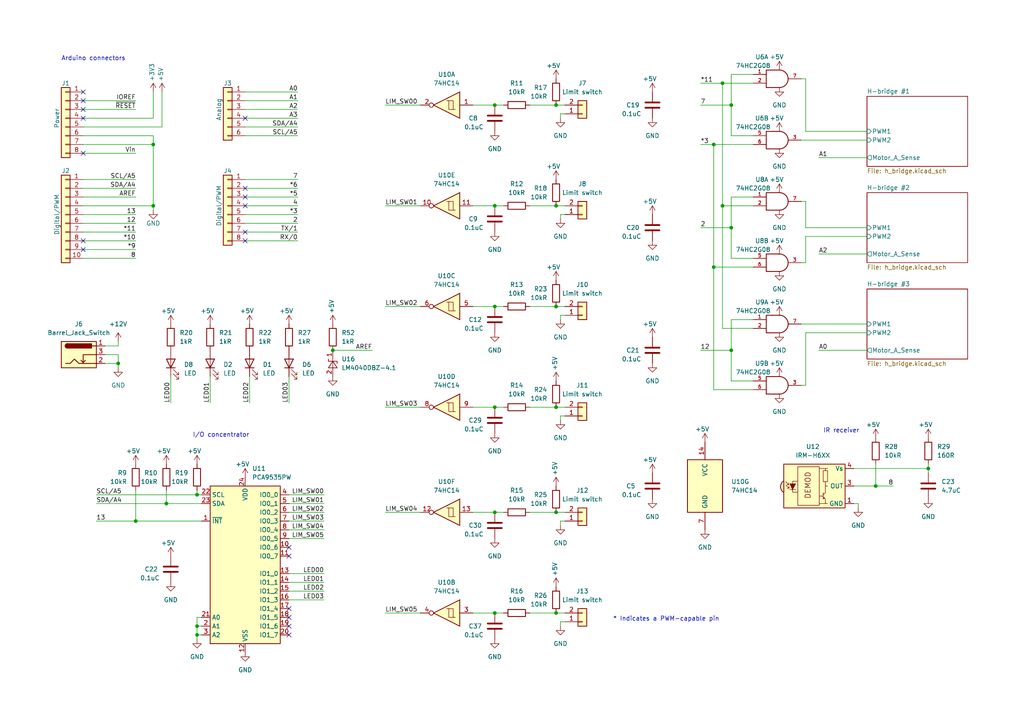
<source format=kicad_sch>
(kicad_sch (version 20250114) (generator "eeschema") (generator_version "9.0")
  (paper "A4")
  (title_block (date "mar. 31 mars 2015"))
  (text "I/O concentrator" (at 55.88 127 0) (effects (font (size 1.27 1.27)) (justify left bottom)))
  (text "* Indicates a PWM-capable pin" (at 177.8 180.34 0) (effects (font (size 1.27 1.27)) (justify left bottom)))
  (text "Arduino connectors" (at 17.78 17.78 0) (effects (font (size 1.27 1.27)) (justify left bottom)))
  (text "IR receiver" (at 238.76 125.73 0) (effects (font (size 1.27 1.27)) (justify left bottom)))
  (junction (at 212.09 30.48))
  (junction (at 161.29 30.48))
  (junction (at 212.09 101.6))
  (junction (at 161.29 59.69))
  (junction (at 57.15 184.15))
  (junction (at 207.01 41.91))
  (junction (at 209.55 59.69))
  (junction (at 44.45 59.69))
  (junction (at 39.37 151.13))
  (junction (at 57.15 143.51))
  (junction (at 143.51 118.11))
  (junction (at 207.01 77.47))
  (junction (at 161.29 148.59))
  (junction (at 209.55 24.13))
  (junction (at 143.51 59.69))
  (junction (at 143.51 30.48))
  (junction (at 143.51 148.59))
  (junction (at 143.51 177.8))
  (junction (at 44.45 41.91))
  (junction (at 57.15 181.61))
  (junction (at 34.29 105.41))
  (junction (at 161.29 118.11))
  (junction (at 48.26 146.05))
  (junction (at 161.29 88.9))
  (junction (at 212.09 66.04))
  (junction (at 254 140.97))
  (junction (at 143.51 88.9))
  (junction (at 96.52 101.6))
  (junction (at 161.29 177.8))
  (junction (at 269.24 135.89))
  (no_connect (at 71.12 59.69))
  (no_connect (at 24.13 72.39))
  (no_connect (at 83.82 181.61))
  (no_connect (at 83.82 158.75))
  (no_connect (at 83.82 184.15))
  (no_connect (at 83.82 161.29))
  (no_connect (at 24.13 44.45))
  (no_connect (at 24.13 31.75))
  (no_connect (at 71.12 34.29))
  (no_connect (at 24.13 69.85))
  (no_connect (at 71.12 69.85))
  (no_connect (at 24.13 29.21))
  (no_connect (at 71.12 57.15))
  (no_connect (at 71.12 67.31))
  (no_connect (at 71.12 54.61))
  (no_connect (at 24.13 26.67))
  (no_connect (at 83.82 179.07))
  (no_connect (at 24.13 34.29))
  (no_connect (at 83.82 176.53))
  (wire (pts (xy 111.76 88.9) (xy 121.92 88.9)))
  (wire (pts (xy 111.76 148.59) (xy 121.92 148.59)))
  (wire (pts (xy 57.15 181.61) (xy 58.42 181.61)))
  (wire (pts (xy 86.36 69.85) (xy 71.12 69.85)))
  (wire (pts (xy 30.48 100.33) (xy 34.29 100.33)))
  (wire (pts (xy 34.29 100.33) (xy 34.29 99.06)))
  (wire (pts (xy 39.37 69.85) (xy 24.13 69.85)))
  (wire (pts (xy 163.83 151.13) (xy 162.56 151.13)))
  (wire (pts (xy 212.09 39.37) (xy 212.09 30.48)))
  (wire (pts (xy 233.68 96.52) (xy 251.46 96.52)))
  (wire (pts (xy 57.15 143.51) (xy 58.42 143.51)))
  (wire (pts (xy 39.37 52.07) (xy 24.13 52.07)))
  (wire (pts (xy 207.01 77.47) (xy 218.44 77.47)))
  (wire (pts (xy 251.46 73.66) (xy 237.49 73.66)))
  (wire (pts (xy 93.98 156.21) (xy 83.82 156.21)))
  (wire (pts (xy 93.98 153.67) (xy 83.82 153.67)))
  (wire (pts (xy 57.15 184.15) (xy 57.15 181.61)))
  (wire (pts (xy 146.05 177.8) (xy 143.51 177.8)))
  (wire (pts (xy 44.45 39.37) (xy 44.45 41.91)))
  (wire (pts (xy 162.56 180.34) (xy 162.56 181.61)))
  (wire (pts (xy 44.45 41.91) (xy 44.45 59.69)))
  (wire (pts (xy 207.01 77.47) (xy 207.01 113.03)))
  (wire (pts (xy 163.83 180.34) (xy 162.56 180.34)))
  (wire (pts (xy 161.29 118.11) (xy 153.67 118.11)))
  (wire (pts (xy 143.51 30.48) (xy 137.16 30.48)))
  (wire (pts (xy 111.76 177.8) (xy 121.92 177.8)))
  (wire (pts (xy 203.2 101.6) (xy 212.09 101.6)))
  (wire (pts (xy 30.48 102.87) (xy 34.29 102.87)))
  (wire (pts (xy 163.83 33.02) (xy 162.56 33.02)))
  (wire (pts (xy 269.24 134.62) (xy 269.24 135.89)))
  (wire (pts (xy 232.41 40.64) (xy 251.46 40.64)))
  (wire (pts (xy 44.45 34.29) (xy 24.13 34.29)))
  (wire (pts (xy 163.83 88.9) (xy 161.29 88.9)))
  (wire (pts (xy 24.13 36.83) (xy 46.99 36.83)))
  (wire (pts (xy 203.2 66.04) (xy 212.09 66.04)))
  (wire (pts (xy 46.99 26.67) (xy 46.99 36.83)))
  (wire (pts (xy 212.09 101.6) (xy 212.09 92.71)))
  (wire (pts (xy 233.68 76.2) (xy 233.68 68.58)))
  (wire (pts (xy 162.56 151.13) (xy 162.56 152.4)))
  (wire (pts (xy 163.83 148.59) (xy 161.29 148.59)))
  (wire (pts (xy 207.01 41.91) (xy 218.44 41.91)))
  (wire (pts (xy 39.37 62.23) (xy 24.13 62.23)))
  (wire (pts (xy 44.45 26.67) (xy 44.45 34.29)))
  (wire (pts (xy 86.36 52.07) (xy 71.12 52.07)))
  (wire (pts (xy 218.44 74.93) (xy 212.09 74.93)))
  (wire (pts (xy 207.01 41.91) (xy 207.01 77.47)))
  (wire (pts (xy 34.29 105.41) (xy 34.29 106.68)))
  (wire (pts (xy 86.36 26.67) (xy 71.12 26.67)))
  (wire (pts (xy 27.94 151.13) (xy 39.37 151.13)))
  (wire (pts (xy 251.46 101.6) (xy 237.49 101.6)))
  (wire (pts (xy 39.37 64.77) (xy 24.13 64.77)))
  (wire (pts (xy 203.2 24.13) (xy 209.55 24.13)))
  (wire (pts (xy 60.96 109.22) (xy 60.96 116.84)))
  (wire (pts (xy 86.36 54.61) (xy 71.12 54.61)))
  (wire (pts (xy 57.15 181.61) (xy 57.15 179.07)))
  (wire (pts (xy 163.83 177.8) (xy 161.29 177.8)))
  (wire (pts (xy 212.09 74.93) (xy 212.09 66.04)))
  (wire (pts (xy 248.92 146.05) (xy 247.65 146.05)))
  (wire (pts (xy 161.29 59.69) (xy 153.67 59.69)))
  (wire (pts (xy 163.83 118.11) (xy 161.29 118.11)))
  (wire (pts (xy 27.94 146.05) (xy 48.26 146.05)))
  (wire (pts (xy 162.56 91.44) (xy 162.56 92.71)))
  (wire (pts (xy 232.41 58.42) (xy 233.68 58.42)))
  (wire (pts (xy 232.41 76.2) (xy 233.68 76.2)))
  (wire (pts (xy 57.15 185.42) (xy 57.15 184.15)))
  (wire (pts (xy 146.05 118.11) (xy 143.51 118.11)))
  (wire (pts (xy 209.55 59.69) (xy 218.44 59.69)))
  (wire (pts (xy 111.76 118.11) (xy 121.92 118.11)))
  (wire (pts (xy 83.82 171.45) (xy 93.98 171.45)))
  (wire (pts (xy 146.05 59.69) (xy 143.51 59.69)))
  (wire (pts (xy 39.37 72.39) (xy 24.13 72.39)))
  (wire (pts (xy 96.52 101.6) (xy 107.95 101.6)))
  (wire (pts (xy 212.09 66.04) (xy 212.09 57.15)))
  (wire (pts (xy 232.41 93.98) (xy 251.46 93.98)))
  (wire (pts (xy 48.26 146.05) (xy 58.42 146.05)))
  (wire (pts (xy 86.36 59.69) (xy 71.12 59.69)))
  (wire (pts (xy 248.92 147.32) (xy 248.92 146.05)))
  (wire (pts (xy 232.41 111.76) (xy 233.68 111.76)))
  (wire (pts (xy 163.83 120.65) (xy 162.56 120.65)))
  (wire (pts (xy 111.76 30.48) (xy 121.92 30.48)))
  (wire (pts (xy 24.13 29.21) (xy 39.37 29.21)))
  (wire (pts (xy 163.83 62.23) (xy 162.56 62.23)))
  (wire (pts (xy 251.46 38.1) (xy 233.68 38.1)))
  (wire (pts (xy 254 140.97) (xy 259.08 140.97)))
  (wire (pts (xy 83.82 168.91) (xy 93.98 168.91)))
  (wire (pts (xy 251.46 45.72) (xy 237.49 45.72)))
  (wire (pts (xy 209.55 95.25) (xy 218.44 95.25)))
  (wire (pts (xy 30.48 105.41) (xy 34.29 105.41)))
  (wire (pts (xy 86.36 39.37) (xy 71.12 39.37)))
  (wire (pts (xy 218.44 110.49) (xy 212.09 110.49)))
  (wire (pts (xy 39.37 57.15) (xy 24.13 57.15)))
  (wire (pts (xy 44.45 59.69) (xy 44.45 60.96)))
  (wire (pts (xy 203.2 30.48) (xy 212.09 30.48)))
  (wire (pts (xy 143.51 88.9) (xy 137.16 88.9)))
  (wire (pts (xy 146.05 30.48) (xy 143.51 30.48)))
  (wire (pts (xy 163.83 30.48) (xy 161.29 30.48)))
  (wire (pts (xy 48.26 142.24) (xy 48.26 146.05)))
  (wire (pts (xy 233.68 96.52) (xy 233.68 111.76)))
  (wire (pts (xy 86.36 31.75) (xy 71.12 31.75)))
  (wire (pts (xy 24.13 31.75) (xy 39.37 31.75)))
  (wire (pts (xy 209.55 59.69) (xy 209.55 95.25)))
  (wire (pts (xy 93.98 146.05) (xy 83.82 146.05)))
  (wire (pts (xy 24.13 41.91) (xy 44.45 41.91)))
  (wire (pts (xy 57.15 184.15) (xy 58.42 184.15)))
  (wire (pts (xy 93.98 148.59) (xy 83.82 148.59)))
  (wire (pts (xy 57.15 179.07) (xy 58.42 179.07)))
  (wire (pts (xy 27.94 143.51) (xy 57.15 143.51)))
  (wire (pts (xy 269.24 135.89) (xy 269.24 137.16)))
  (wire (pts (xy 72.39 109.22) (xy 72.39 116.84)))
  (wire (pts (xy 161.29 30.48) (xy 153.67 30.48)))
  (wire (pts (xy 83.82 166.37) (xy 93.98 166.37)))
  (wire (pts (xy 161.29 177.8) (xy 153.67 177.8)))
  (wire (pts (xy 93.98 143.51) (xy 83.82 143.51)))
  (wire (pts (xy 162.56 62.23) (xy 162.56 63.5)))
  (wire (pts (xy 86.36 29.21) (xy 71.12 29.21)))
  (wire (pts (xy 143.51 59.69) (xy 137.16 59.69)))
  (wire (pts (xy 233.68 58.42) (xy 233.68 66.04)))
  (wire (pts (xy 86.36 34.29) (xy 71.12 34.29)))
  (wire (pts (xy 209.55 24.13) (xy 209.55 59.69)))
  (wire (pts (xy 83.82 109.22) (xy 83.82 116.84)))
  (wire (pts (xy 163.83 91.44) (xy 162.56 91.44)))
  (wire (pts (xy 209.55 24.13) (xy 218.44 24.13)))
  (wire (pts (xy 24.13 39.37) (xy 44.45 39.37)))
  (wire (pts (xy 86.36 36.83) (xy 71.12 36.83)))
  (wire (pts (xy 58.42 151.13) (xy 39.37 151.13)))
  (wire (pts (xy 24.13 44.45) (xy 39.37 44.45)))
  (wire (pts (xy 203.2 41.91) (xy 207.01 41.91)))
  (wire (pts (xy 162.56 120.65) (xy 162.56 121.92)))
  (wire (pts (xy 254 140.97) (xy 254 134.62)))
  (wire (pts (xy 218.44 39.37) (xy 212.09 39.37)))
  (wire (pts (xy 39.37 67.31) (xy 24.13 67.31)))
  (wire (pts (xy 212.09 57.15) (xy 218.44 57.15)))
  (wire (pts (xy 233.68 68.58) (xy 251.46 68.58)))
  (wire (pts (xy 49.53 109.22) (xy 49.53 116.84)))
  (wire (pts (xy 86.36 57.15) (xy 71.12 57.15)))
  (wire (pts (xy 111.76 59.69) (xy 121.92 59.69)))
  (wire (pts (xy 161.29 148.59) (xy 153.67 148.59)))
  (wire (pts (xy 146.05 88.9) (xy 143.51 88.9)))
  (wire (pts (xy 212.09 92.71) (xy 218.44 92.71)))
  (wire (pts (xy 163.83 59.69) (xy 161.29 59.69)))
  (wire (pts (xy 57.15 142.24) (xy 57.15 143.51)))
  (wire (pts (xy 212.09 110.49) (xy 212.09 101.6)))
  (wire (pts (xy 143.51 177.8) (xy 137.16 177.8)))
  (wire (pts (xy 146.05 148.59) (xy 143.51 148.59)))
  (wire (pts (xy 39.37 54.61) (xy 24.13 54.61)))
  (wire (pts (xy 143.51 118.11) (xy 137.16 118.11)))
  (wire (pts (xy 86.36 64.77) (xy 71.12 64.77)))
  (wire (pts (xy 93.98 151.13) (xy 83.82 151.13)))
  (wire (pts (xy 34.29 102.87) (xy 34.29 105.41)))
  (wire (pts (xy 86.36 62.23) (xy 71.12 62.23)))
  (wire (pts (xy 24.13 59.69) (xy 44.45 59.69)))
  (wire (pts (xy 83.82 173.99) (xy 93.98 173.99)))
  (wire (pts (xy 233.68 22.86) (xy 233.68 38.1)))
  (wire (pts (xy 162.56 33.02) (xy 162.56 34.29)))
  (wire (pts (xy 161.29 88.9) (xy 153.67 88.9)))
  (wire (pts (xy 143.51 148.59) (xy 137.16 148.59)))
  (wire (pts (xy 212.09 21.59) (xy 218.44 21.59)))
  (wire (pts (xy 207.01 113.03) (xy 218.44 113.03)))
  (wire (pts (xy 233.68 66.04) (xy 251.46 66.04)))
  (wire (pts (xy 86.36 67.31) (xy 71.12 67.31)))
  (wire (pts (xy 269.24 135.89) (xy 247.65 135.89)))
  (wire (pts (xy 232.41 22.86) (xy 233.68 22.86)))
  (wire (pts (xy 212.09 30.48) (xy 212.09 21.59)))
  (wire (pts (xy 39.37 151.13) (xy 39.37 142.24)))
  (wire (pts (xy 247.65 140.97) (xy 254 140.97)))
  (wire (pts (xy 39.37 74.93) (xy 24.13 74.93)))
  (label "RX{slash}0" (at 86.36 69.85 180))
  (label "A0" (at 237.49 101.6 0))
  (label "A2" (at 86.36 31.75 180))
  (label "LED01" (at 93.98 168.91 180))
  (label "4" (at 86.36 59.69 180))
  (label "SDA{slash}A4" (at 27.94 146.05 0))
  (label "*11" (at 203.2 24.13 0))
  (label "LED03" (at 83.82 116.84 90))
  (label "2" (at 86.36 64.77 180))
  (label "LIM_SW03" (at 111.76 118.11 0))
  (label "A3" (at 86.36 34.29 180))
  (label "13" (at 39.37 62.23 180))
  (label "A2" (at 237.49 73.66 0))
  (label "12" (at 39.37 64.77 180))
  (label "LIM_SW00" (at 93.98 143.51 180))
  (label "LIM_SW01" (at 111.76 59.69 0))
  (label "~{RESET}" (at 39.37 31.75 180))
  (label "*3" (at 203.2 41.91 0))
  (label "*10" (at 39.37 69.85 180))
  (label "LIM_SW02" (at 111.76 88.9 0))
  (label "SCL{slash}A5" (at 27.94 143.51 0))
  (label "LED03" (at 93.98 173.99 180))
  (label "8" (at 259.08 140.97 180))
  (label "LED00" (at 49.53 116.84 90))
  (label "LIM_SW03" (at 93.98 151.13 180))
  (label "2" (at 203.2 66.04 0))
  (label "LED02" (at 72.39 116.84 90))
  (label "LIM_SW02" (at 93.98 148.59 180))
  (label "7" (at 86.36 52.07 180))
  (label "SDA{slash}A4" (at 39.37 54.61 180))
  (label "8" (at 39.37 74.93 180))
  (label "LIM_SW04" (at 111.76 148.59 0))
  (label "LED01" (at 60.96 116.84 90))
  (label "12" (at 203.2 101.6 0))
  (label "7" (at 203.2 30.48 0))
  (label "LED00" (at 93.98 166.37 180))
  (label "*11" (at 39.37 67.31 180))
  (label "*3" (at 86.36 62.23 180))
  (label "AREF" (at 107.95 101.6 180))
  (label "A1" (at 237.49 45.72 0))
  (label "A1" (at 86.36 29.21 180))
  (label "TX{slash}1" (at 86.36 67.31 180))
  (label "A0" (at 86.36 26.67 180))
  (label "LIM_SW05" (at 111.76 177.8 0))
  (label "AREF" (at 39.37 57.15 180))
  (label "Vin" (at 39.37 44.45 180))
  (label "*6" (at 86.36 54.61 180))
  (label "LED02" (at 93.98 171.45 180))
  (label "SCL{slash}A5" (at 39.37 52.07 180))
  (label "LIM_SW01" (at 93.98 146.05 180))
  (label "*9" (at 39.37 72.39 180))
  (label "LIM_SW00" (at 111.76 30.48 0))
  (label "*5" (at 86.36 57.15 180))
  (label "13" (at 27.94 151.13 0))
  (label "IOREF" (at 39.37 29.21 180))
  (label "SDA{slash}A4" (at 86.36 36.83 180))
  (label "SCL{slash}A5" (at 86.36 39.37 180))
  (label "LIM_SW04" (at 93.98 153.67 180))
  (label "LIM_SW05" (at 93.98 156.21 180))
  (symbol (lib_id "Connector_Generic:Conn_01x08") (at 19.05 34.29 0) (mirror y) (unit 1)
    (property "Reference" "J1" (at 19.05 24.13 0))
    (property "Value" "Power" (at 16.51 34.29 90))
    (property "Footprint" "Connector_PinSocket_2.54mm:PinSocket_1x08_P2.54mm_Vertical" (effects (hide yes)))
    (property "Datasheet" "https://datasheet.lcsc.com/lcsc/2109151430_HCTL-PZ254-1-06-Z-8-5_C2894929.pdf" (effects (hide yes)))
    (property "MPN" "PZ254-1-06-Z-8.5" (effects (hide yes)))
  )
  (symbol (lib_id "power:+3V3") (at 44.45 26.67 0) (mirror y) (unit 1)
    (property "Reference" "#PWR04" (effects (hide yes)))
    (property "Value" "+3V3" (at 44.069 23.622 90) (effects (justify left)))
  )
  (symbol (lib_id "power:+5V") (at 46.99 26.67 0) (mirror y) (unit 1)
    (property "Reference" "#PWR03" (effects (hide yes)))
    (property "Value" "+5V" (at 46.6344 23.622 90) (effects (justify left)))
  )
  (symbol (lib_id "Connector_Generic:Conn_01x10") (at 19.05 62.23 0) (mirror y) (unit 1)
    (property "Reference" "J2" (at 19.05 49.53 0))
    (property "Value" "Digital/PWM" (at 16.51 62.23 90))
    (property "Footprint" "Connector_PinSocket_2.54mm:PinSocket_1x10_P2.54mm_Vertical" (effects (hide yes)))
    (property "Datasheet" "https://datasheet.lcsc.com/lcsc/2109151430_HCTL-PZ254-1-08-Z-8-5_C2894931.pdf" (effects (hide yes)))
    (property "MPN" "PZ254-1-08-Z-8.5" (effects (hide yes)))
  )
  (symbol (lib_id "power:GND") (at 44.45 60.96 0) (unit 1)
    (property "Reference" "#PWR05" (effects (hide yes)))
    (property "Value" "GND" (at 44.45 64.77 0))
  )
  (symbol (lib_id "Connector_Generic:Conn_01x06") (at 66.04 31.75 0) (mirror y) (unit 1)
    (property "Reference" "J3" (at 66.04 24.13 0))
    (property "Value" "Analog" (at 63.5 31.75 90))
    (property "Footprint" "Connector_PinSocket_2.54mm:PinSocket_1x06_P2.54mm_Vertical" (effects (hide yes)))
    (property "Datasheet" "https://datasheet.lcsc.com/lcsc/2109151430_HCTL-PZ254-1-06-Z-8-5_C2894929.pdf" (effects (hide yes)))
    (property "MPN" "PZ254-1-06-Z-8.5" (effects (hide yes)))
  )
  (symbol (lib_id "Connector_Generic:Conn_01x08") (at 66.04 59.69 0) (mirror y) (unit 1)
    (property "Reference" "J4" (at 66.04 49.53 0))
    (property "Value" "Digital/PWM" (at 63.5 59.69 90))
    (property "Footprint" "Connector_PinSocket_2.54mm:PinSocket_1x08_P2.54mm_Vertical" (effects (hide yes)))
    (property "Datasheet" "https://datasheet.lcsc.com/lcsc/2109151430_HCTL-PZ254-1-08-Z-8-5_C2894931.pdf" (effects (hide yes)))
    (property "MPN" "PZ254-1-08-Z-8.5" (effects (hide yes)))
  )
  (symbol (lib_id "Device:R") (at 161.29 26.67 0) (mirror y) (unit 1)
    (property "Reference" "R17" (at 158.75 25.3999 0) (effects (justify left)))
    (property "Value" "10kR" (at 158.75 27.9399 0) (effects (justify left)))
    (property "Footprint" "Resistor_SMD:R_0805_2012Metric_Pad1.20x1.40mm_HandSolder" (effects (hide yes)))
    (property "Datasheet" "https://datasheet.lcsc.com/lcsc/1810201611_YAGEO-RC0805FR-0710KL_C84376.pdf" (effects (hide yes)))
    (property "MPN" "RC0805FR-0710KL" (effects (hide yes)))
  )
  (symbol (lib_id "Connector:Barrel_Jack_Switch") (at 22.86 102.87 0) (unit 1)
    (property "Reference" "J6" (at 22.86 93.98 0))
    (property "Value" "Barrel_Jack_Switch" (at 22.86 96.52 0))
    (property "Footprint" "Connector_BarrelJack:BarrelJack_Horizontal" (effects (hide yes)))
    (property "Datasheet" "https://datasheet.lcsc.com/lcsc/2108131530_Korean-Hroparts-Elec-DC-005-20A_C130239.pdf" (effects (hide yes)))
    (property "MPN" "DC-005-20A" (effects (hide yes)))
  )
  (symbol (lib_id "Device:R") (at 149.86 148.59 270) (mirror x) (unit 1)
    (property "Reference" "R15" (at 149.86 142.24 90))
    (property "Value" "10kR" (at 149.86 144.78 90))
    (property "Footprint" "Resistor_SMD:R_0805_2012Metric_Pad1.20x1.40mm_HandSolder" (effects (hide yes)))
    (property "Datasheet" "https://datasheet.lcsc.com/lcsc/1810201611_YAGEO-RC0805FR-0710KL_C84376.pdf" (effects (hide yes)))
    (property "MPN" "RC0805FR-0710KL" (effects (hide yes)))
  )
  (symbol (lib_id "Device:R") (at 149.86 177.8 270) (mirror x) (unit 1)
    (property "Reference" "R16" (at 149.86 171.45 90))
    (property "Value" "10kR" (at 149.86 173.99 90))
    (property "Footprint" "Resistor_SMD:R_0805_2012Metric_Pad1.20x1.40mm_HandSolder" (effects (hide yes)))
    (property "Datasheet" "https://datasheet.lcsc.com/lcsc/1810201611_YAGEO-RC0805FR-0710KL_C84376.pdf" (effects (hide yes)))
    (property "MPN" "RC0805FR-0710KL" (effects (hide yes)))
  )
  (symbol (lib_id "Device:C") (at 269.24 140.97 0) (unit 1)
    (property "Reference" "C23" (at 273.05 139.6999 0) (effects (justify left)))
    (property "Value" "4.7uC" (at 273.05 142.2399 0) (effects (justify left)))
    (property "Footprint" "Capacitor_SMD:C_0805_2012Metric_Pad1.18x1.45mm_HandSolder" (effects (hide yes)))
    (property "Datasheet" "https://datasheet.lcsc.com/lcsc/1912111437_YAGEO-CC0805KKX7R8BB475_C354262.pdf" (effects (hide yes)))
    (property "MPN" "CC0805KKX7R8BB475" (effects (hide yes)))
  )
  (symbol (lib_id "74xGxx:74LVC2G08") (at 226.06 22.86 0) (unit 1)
    (property "Reference" "U6" (at 220.98 16.51 0))
    (property "Value" "74HC2G08" (at 218.44 19.05 0))
    (property "Footprint" "Package_SO:TSSOP-8_3x3mm_P0.65mm" (effects (hide yes)))
    (property "Datasheet" "https://datasheet.lcsc.com/lcsc/2007022110_Nexperia-74HC2G08DP-125_C546820.pdf" (effects (hide yes)))
    (property "MPN" "74HC2G08DP,125" (effects (hide yes)))
  )
  (symbol (lib_id "power:+5V") (at 226.06 20.32 0) (mirror y) (unit 1)
    (property "Reference" "#PWR032" (effects (hide yes)))
    (property "Value" "+5V" (at 227.33 16.51 0) (effects (justify left)))
  )
  (symbol (lib_id "power:+5V") (at 60.96 93.98 0) (mirror y) (unit 1)
    (property "Reference" "#PWR076" (effects (hide yes)))
    (property "Value" "+5V" (at 62.23 90.17 0) (effects (justify left)))
  )
  (symbol (lib_id "Device:R") (at 161.29 173.99 0) (mirror y) (unit 1)
    (property "Reference" "R26" (at 158.75 172.7199 0) (effects (justify left)))
    (property "Value" "10kR" (at 158.75 175.2599 0) (effects (justify left)))
    (property "Footprint" "Resistor_SMD:R_0805_2012Metric_Pad1.20x1.40mm_HandSolder" (effects (hide yes)))
    (property "Datasheet" "https://datasheet.lcsc.com/lcsc/1810201611_YAGEO-RC0805FR-0710KL_C84376.pdf" (effects (hide yes)))
    (property "MPN" "RC0805FR-0710KL" (effects (hide yes)))
  )
  (symbol (lib_id "power:+5V") (at 189.23 62.23 0) (mirror y) (unit 1)
    (property "Reference" "#PWR039" (effects (hide yes)))
    (property "Value" "+5V" (at 190.5 58.42 0) (effects (justify left)))
  )
  (symbol (lib_id "power:+5V") (at 71.12 138.43 0) (mirror y) (unit 1)
    (property "Reference" "#PWR071" (effects (hide yes)))
    (property "Value" "+5V" (at 72.39 134.62 0) (effects (justify left)))
  )
  (symbol (lib_id "power:GND") (at 57.15 185.42 0) (unit 1)
    (property "Reference" "#PWR070" (effects (hide yes)))
    (property "Value" "GND" (at 57.15 190.5 0))
  )
  (symbol (lib_id "power:GND") (at 189.23 105.41 0) (unit 1)
    (property "Reference" "#PWR055" (effects (hide yes)))
    (property "Value" "GND" (at 189.23 110.49 0))
  )
  (symbol (lib_id "Device:C") (at 189.23 66.04 0) (unit 1)
    (property "Reference" "C20" (at 181.61 66.04 0) (effects (justify left)))
    (property "Value" "0.1uC" (at 180.34 68.58 0) (effects (justify left)))
    (property "Footprint" "Capacitor_SMD:C_0805_2012Metric_Pad1.18x1.45mm_HandSolder" (effects (hide yes)))
    (property "Datasheet" "https://datasheet.lcsc.com/lcsc/2006111832_YAGEO-CC0805KRX7R8BB104_C519981.pdf" (effects (hide yes)))
    (property "MPN" "CC0805KRX7R8BB104" (effects (hide yes)))
  )
  (symbol (lib_id "power:+5V") (at 161.29 140.97 0) (mirror y) (unit 1)
    (property "Reference" "#PWR062" (effects (hide yes)))
    (property "Value" "+5V" (at 160.9344 137.922 90) (effects (justify left)))
  )
  (symbol (lib_id "power:GND") (at 189.23 144.78 0) (unit 1)
    (property "Reference" "#PWR06" (effects (hide yes)))
    (property "Value" "GND" (at 189.23 149.86 0))
  )
  (symbol (lib_id "power:+5V") (at 49.53 93.98 0) (mirror y) (unit 1)
    (property "Reference" "#PWR075" (effects (hide yes)))
    (property "Value" "+5V" (at 50.8 90.17 0) (effects (justify left)))
  )
  (symbol (lib_id "Device:C") (at 143.51 92.71 0) (unit 1)
    (property "Reference" "C12" (at 135.89 92.71 0) (effects (justify left)))
    (property "Value" "0.1uC" (at 134.62 95.25 0) (effects (justify left)))
    (property "Footprint" "Capacitor_SMD:C_0805_2012Metric_Pad1.18x1.45mm_HandSolder" (effects (hide yes)))
    (property "Datasheet" "https://datasheet.lcsc.com/lcsc/2006111832_YAGEO-CC0805KRX7R8BB104_C519981.pdf" (effects (hide yes)))
    (property "MPN" "CC0805KRX7R8BB104" (effects (hide yes)))
  )
  (symbol (lib_id "power:+5V") (at 189.23 97.79 0) (mirror y) (unit 1)
    (property "Reference" "#PWR054" (effects (hide yes)))
    (property "Value" "+5V" (at 190.5 93.98 0) (effects (justify left)))
  )
  (symbol (lib_id "Device:R") (at 161.29 55.88 0) (mirror y) (unit 1)
    (property "Reference" "R18" (at 158.75 54.6099 0) (effects (justify left)))
    (property "Value" "10kR" (at 158.75 57.1499 0) (effects (justify left)))
    (property "Footprint" "Resistor_SMD:R_0805_2012Metric_Pad1.20x1.40mm_HandSolder" (effects (hide yes)))
    (property "Datasheet" "https://datasheet.lcsc.com/lcsc/1810201611_YAGEO-RC0805FR-0710KL_C84376.pdf" (effects (hide yes)))
    (property "MPN" "RC0805FR-0710KL" (effects (hide yes)))
  )
  (symbol (lib_id "74xx:74HC14") (at 129.54 118.11 0) (mirror y) (unit 4)
    (property "Reference" "U10" (at 129.54 109.22 0))
    (property "Value" "74HC14" (at 129.54 111.76 0))
    (property "Footprint" "Package_SO:SO-14_3.9x8.65mm_P1.27mm" (effects (hide yes)))
    (property "Datasheet" "https://datasheet.lcsc.com/lcsc/1809192235_Diodes-Incorporated-74HC14S14-13_C130461.pdf" (effects (hide yes)))
    (property "MPN" "74HC14S14-13" (effects (hide yes)))
  )
  (symbol (lib_id "Device:LED") (at 60.96 105.41 90) (unit 1)
    (property "Reference" "D2" (at 64.77 105.7274 90) (effects (justify right)))
    (property "Value" "LED" (at 64.77 108.2674 90) (effects (justify right)))
    (property "Footprint" "LED_SMD:LED_0805_2012Metric" (effects (hide yes)))
    (property "Datasheet" "https://datasheet.lcsc.com/lcsc/1810271707_Everlight-Elec-17-21SYGC-S530-E3-TR8_C142303.pdf" (effects (hide yes)))
    (property "MPN" "17-21SYGC/S530-E3/TR8" (effects (hide yes)))
  )
  (symbol (lib_id "power:+5V") (at 96.52 93.98 0) (mirror y) (unit 1)
    (property "Reference" "#PWR0162" (effects (hide yes)))
    (property "Value" "+5V" (at 96.1644 90.932 90) (effects (justify left)))
  )
  (symbol (lib_id "Connector_Generic:Conn_01x02") (at 168.91 180.34 0) (mirror x) (unit 1)
    (property "Reference" "J13" (at 168.91 171.45 0))
    (property "Value" "Limit switch" (at 168.91 173.99 0))
    (property "Footprint" "Connector_JST:JST_PH_B2B-PH-K_1x02_P2.00mm_Vertical" (effects (hide yes)))
    (property "Datasheet" "https://datasheet.lcsc.com/lcsc/1811151524_JST-Sales-America-B2B-PH-K-S-LF-SN_C131337.pdf" (effects (hide yes)))
    (property "MPN" "B2B-PH-K-S(LF)(SN)" (effects (hide yes)))
  )
  (symbol (lib_id "power:+5V") (at 226.06 91.44 0) (mirror y) (unit 1)
    (property "Reference" "#PWR049" (effects (hide yes)))
    (property "Value" "+5V" (at 227.33 87.63 0) (effects (justify left)))
  )
  (symbol (lib_id "power:GND") (at 248.92 147.32 0) (unit 1)
    (property "Reference" "#PWR079" (effects (hide yes)))
    (property "Value" "GND" (at 248.92 152.4 0))
  )
  (symbol (lib_id "power:+5V") (at 189.23 26.67 0) (mirror y) (unit 1)
    (property "Reference" "#PWR047" (effects (hide yes)))
    (property "Value" "+5V" (at 190.5 22.86 0) (effects (justify left)))
  )
  (symbol (lib_id "power:GND") (at 34.29 106.68 0) (unit 1)
    (property "Reference" "#PWR036" (effects (hide yes)))
    (property "Value" "GND" (at 34.29 111.76 0))
  )
  (symbol (lib_id "Connector_Generic:Conn_01x02") (at 168.91 120.65 0) (mirror x) (unit 1)
    (property "Reference" "J11" (at 168.91 111.76 0))
    (property "Value" "Limit switch" (at 168.91 114.3 0))
    (property "Footprint" "Connector_JST:JST_PH_B2B-PH-K_1x02_P2.00mm_Vertical" (effects (hide yes)))
    (property "Datasheet" "https://datasheet.lcsc.com/lcsc/1811151524_JST-Sales-America-B2B-PH-K-S-LF-SN_C131337.pdf" (effects (hide yes)))
    (property "MPN" "B2B-PH-K-S(LF)(SN)" (effects (hide yes)))
  )
  (symbol (lib_id "power:+5V") (at 161.29 110.49 0) (mirror y) (unit 1)
    (property "Reference" "#PWR061" (effects (hide yes)))
    (property "Value" "+5V" (at 160.9344 107.442 90) (effects (justify left)))
  )
  (symbol (lib_id "Device:LED") (at 83.82 105.41 90) (unit 1)
    (property "Reference" "D6" (at 87.63 105.7274 90) (effects (justify right)))
    (property "Value" "LED" (at 87.63 108.2674 90) (effects (justify right)))
    (property "Footprint" "LED_SMD:LED_0805_2012Metric" (effects (hide yes)))
    (property "Datasheet" "https://datasheet.lcsc.com/lcsc/1810271707_Everlight-Elec-17-21SYGC-S530-E3-TR8_C142303.pdf" (effects (hide yes)))
    (property "MPN" "17-21SYGC/S530-E3/TR8" (effects (hide yes)))
  )
  (symbol (lib_id "74xx:74HC14") (at 129.54 88.9 0) (mirror y) (unit 3)
    (property "Reference" "U10" (at 129.54 80.01 0))
    (property "Value" "74HC14" (at 129.54 82.55 0))
    (property "Footprint" "Package_SO:SO-14_3.9x8.65mm_P1.27mm" (effects (hide yes)))
    (property "Datasheet" "https://datasheet.lcsc.com/lcsc/1809192235_Diodes-Incorporated-74HC14S14-13_C130461.pdf" (effects (hide yes)))
    (property "MPN" "74HC14S14-13" (effects (hide yes)))
  )
  (symbol (lib_id "power:+5V") (at 57.15 134.62 0) (mirror y) (unit 1)
    (property "Reference" "#PWR059" (effects (hide yes)))
    (property "Value" "+5V" (at 58.42 130.81 0) (effects (justify left)))
  )
  (symbol (lib_id "Device:LED") (at 49.53 105.41 90) (unit 1)
    (property "Reference" "D8" (at 53.34 105.7274 90) (effects (justify right)))
    (property "Value" "LED" (at 53.34 108.2674 90) (effects (justify right)))
    (property "Footprint" "LED_SMD:LED_0805_2012Metric" (effects (hide yes)))
    (property "Datasheet" "https://datasheet.lcsc.com/lcsc/1810271707_Everlight-Elec-17-21SYGC-S530-E3-TR8_C142303.pdf" (effects (hide yes)))
    (property "MPN" "17-21SYGC/S530-E3/TR8" (effects (hide yes)))
  )
  (symbol (lib_id "Device:R") (at 254 130.81 0) (unit 1)
    (property "Reference" "R28" (at 256.54 129.5399 0) (effects (justify left)))
    (property "Value" "10kR" (at 256.54 132.0799 0) (effects (justify left)))
    (property "Footprint" "Resistor_SMD:R_0805_2012Metric_Pad1.20x1.40mm_HandSolder" (effects (hide yes)))
    (property "Datasheet" "https://datasheet.lcsc.com/lcsc/1810201611_YAGEO-RC0805FR-0710KL_C84376.pdf" (effects (hide yes)))
    (property "MPN" "RC0805FR-0710KL" (effects (hide yes)))
  )
  (symbol (lib_id "Device:R") (at 83.82 97.79 0) (unit 1)
    (property "Reference" "R27" (at 86.36 96.5199 0) (effects (justify left)))
    (property "Value" "1kR" (at 86.36 99.0599 0) (effects (justify left)))
    (property "Footprint" "Resistor_SMD:R_0805_2012Metric_Pad1.20x1.40mm_HandSolder" (effects (hide yes)))
    (property "Datasheet" "https://datasheet.lcsc.com/lcsc/2010202005_YAGEO-AC0805FR-7W1KL_C727989.pdf" (effects (hide yes)))
    (property "MPN" "AC0805FR-7W1KL" (effects (hide yes)))
  )
  (symbol (lib_id "power:GND") (at 162.56 34.29 0) (mirror y) (unit 1)
    (property "Reference" "#PWR064" (effects (hide yes)))
    (property "Value" "GND" (at 162.56 39.37 0))
  )
  (symbol (lib_id "Inteface_Optical_custom:IRM-H6XX") (at 237.49 140.97 0) (unit 1)
    (property "Reference" "U12" (at 235.755 129.54 0))
    (property "Value" "IRM-H6XX" (at 235.755 132.08 0))
    (property "Footprint" "OptoDevice_custom:IRM-H6XX" (effects (hide yes)))
    (property "Datasheet" "https://datasheet.lcsc.com/lcsc/1912111437_Everlight-Elec-IRM-H638J7-TR2-CLW_C414640.pdf" (effects (hide yes)))
    (property "MPN" "IRM-H638J7/TR2(CLW)" (effects (hide yes)))
  )
  (symbol (lib_id "Device:C") (at 143.51 34.29 0) (unit 1)
    (property "Reference" "C8" (at 135.89 34.29 0) (effects (justify left)))
    (property "Value" "0.1uC" (at 134.62 36.83 0) (effects (justify left)))
    (property "Footprint" "Capacitor_SMD:C_0805_2012Metric_Pad1.18x1.45mm_HandSolder" (effects (hide yes)))
    (property "Datasheet" "https://datasheet.lcsc.com/lcsc/2006111832_YAGEO-CC0805KRX7R8BB104_C519981.pdf" (effects (hide yes)))
    (property "MPN" "CC0805KRX7R8BB104" (effects (hide yes)))
  )
  (symbol (lib_id "Device:R") (at 149.86 88.9 270) (mirror x) (unit 1)
    (property "Reference" "R13" (at 149.86 82.55 90))
    (property "Value" "10kR" (at 149.86 85.09 90))
    (property "Footprint" "Resistor_SMD:R_0805_2012Metric_Pad1.20x1.40mm_HandSolder" (effects (hide yes)))
    (property "Datasheet" "https://datasheet.lcsc.com/lcsc/1810201611_YAGEO-RC0805FR-0710KL_C84376.pdf" (effects (hide yes)))
    (property "MPN" "RC0805FR-0710KL" (effects (hide yes)))
  )
  (symbol (lib_id "Device:C") (at 189.23 101.6 0) (unit 1)
    (property "Reference" "C21" (at 181.61 101.6 0) (effects (justify left)))
    (property "Value" "0.1uC" (at 180.34 104.14 0) (effects (justify left)))
    (property "Footprint" "Capacitor_SMD:C_0805_2012Metric_Pad1.18x1.45mm_HandSolder" (effects (hide yes)))
    (property "Datasheet" "https://datasheet.lcsc.com/lcsc/2006111832_YAGEO-CC0805KRX7R8BB104_C519981.pdf" (effects (hide yes)))
    (property "MPN" "CC0805KRX7R8BB104" (effects (hide yes)))
  )
  (symbol (lib_id "74xx:74HC14") (at 129.54 30.48 0) (mirror y) (unit 1)
    (property "Reference" "U10" (at 129.54 21.59 0))
    (property "Value" "74HC14" (at 129.54 24.13 0))
    (property "Footprint" "Package_SO:SO-14_3.9x8.65mm_P1.27mm" (effects (hide yes)))
    (property "Datasheet" "https://datasheet.lcsc.com/lcsc/1809192235_Diodes-Incorporated-74HC14S14-13_C130461.pdf" (effects (hide yes)))
    (property "MPN" "74HC14S14-13" (effects (hide yes)))
  )
  (symbol (lib_id "74xx:74HC14") (at 129.54 59.69 0) (mirror y) (unit 5)
    (property "Reference" "U10" (at 129.54 50.8 0))
    (property "Value" "74HC14" (at 129.54 53.34 0))
    (property "Footprint" "Package_SO:SO-14_3.9x8.65mm_P1.27mm" (effects (hide yes)))
    (property "Datasheet" "https://datasheet.lcsc.com/lcsc/1809192235_Diodes-Incorporated-74HC14S14-13_C130461.pdf" (effects (hide yes)))
    (property "MPN" "74HC14S14-13" (effects (hide yes)))
  )
  (symbol (lib_id "74xx:74HC14") (at 204.47 140.97 0) (unit 7)
    (property "Reference" "U10" (at 212.09 139.6999 0) (effects (justify left)))
    (property "Value" "74HC14" (at 212.09 142.2399 0) (effects (justify left)))
    (property "Footprint" "Package_SO:SO-14_3.9x8.65mm_P1.27mm" (effects (hide yes)))
    (property "Datasheet" "https://datasheet.lcsc.com/lcsc/1809192235_Diodes-Incorporated-74HC14S14-13_C130461.pdf" (effects (hide yes)))
    (property "MPN" "74HC14S14-13" (effects (hide yes)))
  )
  (symbol (lib_id "Device:C") (at 143.51 121.92 0) (unit 1)
    (property "Reference" "C29" (at 135.89 121.92 0) (effects (justify left)))
    (property "Value" "0.1uC" (at 134.62 124.46 0) (effects (justify left)))
    (property "Footprint" "Capacitor_SMD:C_0805_2012Metric_Pad1.18x1.45mm_HandSolder" (effects (hide yes)))
    (property "Datasheet" "https://datasheet.lcsc.com/lcsc/2006111832_YAGEO-CC0805KRX7R8BB104_C519981.pdf" (effects (hide yes)))
    (property "MPN" "CC0805KRX7R8BB104" (effects (hide yes)))
  )
  (symbol (lib_id "74xGxx:74LVC2G08") (at 226.06 58.42 0) (unit 1)
    (property "Reference" "U8" (at 220.98 52.07 0))
    (property "Value" "74HC2G08" (at 218.44 54.61 0))
    (property "Footprint" "Package_SO:TSSOP-8_3x3mm_P0.65mm" (effects (hide yes)))
    (property "Datasheet" "https://datasheet.lcsc.com/lcsc/2007022110_Nexperia-74HC2G08DP-125_C546820.pdf" (effects (hide yes)))
    (property "MPN" "74HC2G08DP,125" (effects (hide yes)))
  )
  (symbol (lib_id "power:GND") (at 269.24 144.78 0) (unit 1)
    (property "Reference" "#PWR082" (effects (hide yes)))
    (property "Value" "GND" (at 269.24 149.86 0))
  )
  (symbol (lib_id "Connector_Generic:Conn_01x02") (at 168.91 33.02 0) (mirror x) (unit 1)
    (property "Reference" "J7" (at 168.91 24.13 0))
    (property "Value" "Limit switch" (at 168.91 26.67 0))
    (property "Footprint" "Connector_JST:JST_PH_B2B-PH-K_1x02_P2.00mm_Vertical" (effects (hide yes)))
    (property "Datasheet" "https://datasheet.lcsc.com/lcsc/1811151524_JST-Sales-America-B2B-PH-K-S-LF-SN_C131337.pdf" (effects (hide yes)))
    (property "MPN" "B2B-PH-K-S(LF)(SN)" (effects (hide yes)))
  )
  (symbol (lib_id "Device:LED") (at 72.39 105.41 90) (unit 1)
    (property "Reference" "D1" (at 76.2 105.7274 90) (effects (justify right)))
    (property "Value" "LED" (at 76.2 108.2674 90) (effects (justify right)))
    (property "Footprint" "LED_SMD:LED_0805_2012Metric" (effects (hide yes)))
    (property "Datasheet" "https://datasheet.lcsc.com/lcsc/1810271707_Everlight-Elec-17-21SYGC-S530-E3-TR8_C142303.pdf" (effects (hide yes)))
    (property "MPN" "17-21SYGC/S530-E3/TR8" (effects (hide yes)))
  )
  (symbol (lib_id "Device:R") (at 161.29 85.09 0) (mirror y) (unit 1)
    (property "Reference" "R23" (at 158.75 83.8199 0) (effects (justify left)))
    (property "Value" "10kR" (at 158.75 86.3599 0) (effects (justify left)))
    (property "Footprint" "Resistor_SMD:R_0805_2012Metric_Pad1.20x1.40mm_HandSolder" (effects (hide yes)))
    (property "Datasheet" "https://datasheet.lcsc.com/lcsc/1810201611_YAGEO-RC0805FR-0710KL_C84376.pdf" (effects (hide yes)))
    (property "MPN" "RC0805FR-0710KL" (effects (hide yes)))
  )
  (symbol (lib_id "power:GND") (at 162.56 92.71 0) (mirror y) (unit 1)
    (property "Reference" "#PWR066" (effects (hide yes)))
    (property "Value" "GND" (at 162.56 97.79 0))
  )
  (symbol (lib_id "Device:R") (at 269.24 130.81 180) (unit 1)
    (property "Reference" "R29" (at 271.78 129.5399 0) (effects (justify right)))
    (property "Value" "160R" (at 271.78 132.0799 0) (effects (justify right)))
    (property "Footprint" "Resistor_SMD:R_0805_2012Metric_Pad1.20x1.40mm_HandSolder" (effects (hide yes)))
    (property "Datasheet" "https://datasheet.lcsc.com/lcsc/2012011712_YAGEO-AC0805FR-7W160RL_C727986.pdf" (effects (hide yes)))
    (property "MPN" "AC0805FR-7W160RL" (effects (hide yes)))
  )
  (symbol (lib_id "74xGxx:74LVC2G08") (at 226.06 111.76 0) (unit 2)
    (property "Reference" "U9" (at 220.98 105.41 0))
    (property "Value" "74HC2G08" (at 218.44 107.95 0))
    (property "Footprint" "Package_SO:TSSOP-8_3x3mm_P0.65mm" (effects (hide yes)))
    (property "Datasheet" "https://datasheet.lcsc.com/lcsc/2007022110_Nexperia-74HC2G08DP-125_C546820.pdf" (effects (hide yes)))
    (property "MPN" "74HC2G08DP,125" (effects (hide yes)))
  )
  (symbol (lib_id "power:GND") (at 189.23 69.85 0) (unit 1)
    (property "Reference" "#PWR040" (effects (hide yes)))
    (property "Value" "GND" (at 189.23 74.93 0))
  )
  (symbol (lib_id "Device:R") (at 161.29 114.3 0) (mirror y) (unit 1)
    (property "Reference" "R24" (at 158.75 113.0299 0) (effects (justify left)))
    (property "Value" "10kR" (at 158.75 115.5699 0) (effects (justify left)))
    (property "Footprint" "Resistor_SMD:R_0805_2012Metric_Pad1.20x1.40mm_HandSolder" (effects (hide yes)))
    (property "Datasheet" "https://datasheet.lcsc.com/lcsc/1810201611_YAGEO-RC0805FR-0710KL_C84376.pdf" (effects (hide yes)))
    (property "MPN" "RC0805FR-0710KL" (effects (hide yes)))
  )
  (symbol (lib_id "74xx:74HC14") (at 129.54 177.8 0) (mirror y) (unit 2)
    (property "Reference" "U10" (at 129.54 168.91 0))
    (property "Value" "74HC14" (at 129.54 171.45 0))
    (property "Footprint" "Package_SO:SO-14_3.9x8.65mm_P1.27mm" (effects (hide yes)))
    (property "Datasheet" "https://datasheet.lcsc.com/lcsc/1809192235_Diodes-Incorporated-74HC14S14-13_C130461.pdf" (effects (hide yes)))
    (property "MPN" "74HC14S14-13" (effects (hide yes)))
  )
  (symbol (lib_id "power:+5V") (at 49.53 161.29 0) (mirror y) (unit 1)
    (property "Reference" "#PWR073" (effects (hide yes)))
    (property "Value" "+5V" (at 50.8 157.48 0) (effects (justify left)))
  )
  (symbol (lib_id "74xx:74HC14") (at 129.54 148.59 0) (mirror y) (unit 6)
    (property "Reference" "U10" (at 129.54 139.7 0))
    (property "Value" "74HC14" (at 129.54 142.24 0))
    (property "Footprint" "Package_SO:SO-14_3.9x8.65mm_P1.27mm" (effects (hide yes)))
    (property "Datasheet" "https://datasheet.lcsc.com/lcsc/1809192235_Diodes-Incorporated-74HC14S14-13_C130461.pdf" (effects (hide yes)))
    (property "MPN" "74HC14S14-13" (effects (hide yes)))
  )
  (symbol (lib_id "power:+5V") (at 269.24 127 0) (mirror y) (unit 1)
    (property "Reference" "#PWR081" (effects (hide yes)))
    (property "Value" "+5V" (at 270.51 123.19 0) (effects (justify left)))
  )
  (symbol (lib_id "Connector_Generic:Conn_01x02") (at 168.91 151.13 0) (mirror x) (unit 1)
    (property "Reference" "J12" (at 168.91 142.24 0))
    (property "Value" "Limit switch" (at 168.91 144.78 0))
    (property "Footprint" "Connector_JST:JST_PH_B2B-PH-K_1x02_P2.00mm_Vertical" (effects (hide yes)))
    (property "Datasheet" "https://datasheet.lcsc.com/lcsc/1811151524_JST-Sales-America-B2B-PH-K-S-LF-SN_C131337.pdf" (effects (hide yes)))
    (property "MPN" "B2B-PH-K-S(LF)(SN)" (effects (hide yes)))
  )
  (symbol (lib_id "power:GND") (at 189.23 34.29 0) (unit 1)
    (property "Reference" "#PWR048" (effects (hide yes)))
    (property "Value" "GND" (at 189.23 39.37 0))
  )
  (symbol (lib_id "Device:R") (at 39.37 138.43 0) (mirror y) (unit 1)
    (property "Reference" "R9" (at 36.83 137.1599 0) (effects (justify left)))
    (property "Value" "10kR" (at 36.83 139.6999 0) (effects (justify left)))
    (property "Footprint" "Resistor_SMD:R_0805_2012Metric_Pad1.20x1.40mm_HandSolder" (effects (hide yes)))
    (property "Datasheet" "https://datasheet.lcsc.com/lcsc/1810201611_YAGEO-RC0805FR-0710KL_C84376.pdf" (effects (hide yes)))
    (property "MPN" "RC0805FR-0710KL" (effects (hide yes)))
  )
  (symbol (lib_id "power:GND") (at 226.06 114.3 0) (mirror y) (unit 1)
    (property "Reference" "#PWR053" (effects (hide yes)))
    (property "Value" "GND" (at 226.06 119.38 0))
  )
  (symbol (lib_id "Device:R") (at 60.96 97.79 0) (unit 1)
    (property "Reference" "R21" (at 63.5 96.5199 0) (effects (justify left)))
    (property "Value" "1kR" (at 63.5 99.0599 0) (effects (justify left)))
    (property "Footprint" "Resistor_SMD:R_0805_2012Metric_Pad1.20x1.40mm_HandSolder" (effects (hide yes)))
    (property "Datasheet" "https://datasheet.lcsc.com/lcsc/2010202005_YAGEO-AC0805FR-7W1KL_C727989.pdf" (effects (hide yes)))
    (property "MPN" "AC0805FR-7W1KL" (effects (hide yes)))
  )
  (symbol (lib_id "power:+5V") (at 189.23 137.16 0) (mirror y) (unit 1)
    (property "Reference" "#PWR01" (effects (hide yes)))
    (property "Value" "+5V" (at 190.5 133.35 0) (effects (justify left)))
  )
  (symbol (lib_id "Device:R") (at 96.52 97.79 0) (unit 1)
    (property "Reference" "R52" (at 99.06 96.5199 0) (effects (justify left)))
    (property "Value" "1kR" (at 99.06 99.0599 0) (effects (justify left)))
    (property "Footprint" "Resistor_SMD:R_0805_2012Metric_Pad1.20x1.40mm_HandSolder" (effects (hide yes)))
    (property "Datasheet" "https://datasheet.lcsc.com/lcsc/2010202005_YAGEO-AC0805FR-7W1KL_C727989.pdf" (effects (hide yes)))
    (property "MPN" "AC0805FR-7W1KL" (effects (hide yes)))
  )
  (symbol (lib_id "Device:R") (at 149.86 59.69 270) (mirror x) (unit 1)
    (property "Reference" "R12" (at 149.86 53.34 90))
    (property "Value" "10kR" (at 149.86 55.88 90))
    (property "Footprint" "Resistor_SMD:R_0805_2012Metric_Pad1.20x1.40mm_HandSolder" (effects (hide yes)))
    (property "Datasheet" "https://datasheet.lcsc.com/lcsc/1810201611_YAGEO-RC0805FR-0710KL_C84376.pdf" (effects (hide yes)))
    (property "MPN" "RC0805FR-0710KL" (effects (hide yes)))
  )
  (symbol (lib_id "power:+5V") (at 161.29 81.28 0) (mirror y) (unit 1)
    (property "Reference" "#PWR060" (effects (hide yes)))
    (property "Value" "+5V" (at 162.56 77.47 0) (effects (justify left)))
  )
  (symbol (lib_id "power:GND") (at 226.06 78.74 0) (mirror y) (unit 1)
    (property "Reference" "#PWR046" (effects (hide yes)))
    (property "Value" "GND" (at 226.06 83.82 0))
  )
  (symbol (lib_id "power:GND") (at 143.51 185.42 0) (mirror y) (unit 1)
    (property "Reference" "#PWR025" (effects (hide yes)))
    (property "Value" "GND" (at 143.51 190.5 0))
  )
  (symbol (lib_id "Device:C") (at 143.51 152.4 0) (unit 1)
    (property "Reference" "C30" (at 135.89 152.4 0) (effects (justify left)))
    (property "Value" "0.1uC" (at 134.62 154.94 0) (effects (justify left)))
    (property "Footprint" "Capacitor_SMD:C_0805_2012Metric_Pad1.18x1.45mm_HandSolder" (effects (hide yes)))
    (property "Datasheet" "https://datasheet.lcsc.com/lcsc/2006111832_YAGEO-CC0805KRX7R8BB104_C519981.pdf" (effects (hide yes)))
    (property "MPN" "CC0805KRX7R8BB104" (effects (hide yes)))
  )
  (symbol (lib_id "power:+5V") (at 226.06 55.88 0) (mirror y) (unit 1)
    (property "Reference" "#PWR041" (effects (hide yes)))
    (property "Value" "+5V" (at 227.33 52.07 0) (effects (justify left)))
  )
  (symbol (lib_id "Device:C") (at 143.51 181.61 0) (unit 1)
    (property "Reference" "C37" (at 135.89 181.61 0) (effects (justify left)))
    (property "Value" "0.1uC" (at 134.62 184.15 0) (effects (justify left)))
    (property "Footprint" "Capacitor_SMD:C_0805_2012Metric_Pad1.18x1.45mm_HandSolder" (effects (hide yes)))
    (property "Datasheet" "https://datasheet.lcsc.com/lcsc/2006111832_YAGEO-CC0805KRX7R8BB104_C519981.pdf" (effects (hide yes)))
    (property "MPN" "CC0805KRX7R8BB104" (effects (hide yes)))
  )
  (symbol (lib_id "power:GND") (at 49.53 168.91 0) (unit 1)
    (property "Reference" "#PWR074" (effects (hide yes)))
    (property "Value" "GND" (at 49.53 173.99 0))
  )
  (symbol (lib_id "Device:R") (at 49.53 97.79 0) (unit 1)
    (property "Reference" "R20" (at 52.07 96.5199 0) (effects (justify left)))
    (property "Value" "1kR" (at 52.07 99.0599 0) (effects (justify left)))
    (property "Footprint" "Resistor_SMD:R_0805_2012Metric_Pad1.20x1.40mm_HandSolder" (effects (hide yes)))
    (property "Datasheet" "https://datasheet.lcsc.com/lcsc/2010202005_YAGEO-AC0805FR-7W1KL_C727989.pdf" (effects (hide yes)))
    (property "MPN" "AC0805FR-7W1KL" (effects (hide yes)))
  )
  (symbol (lib_id "power:GND") (at 143.51 38.1 0) (mirror y) (unit 1)
    (property "Reference" "#PWR013" (effects (hide yes)))
    (property "Value" "GND" (at 143.51 43.18 0))
  )
  (symbol (lib_id "power:GND") (at 226.06 96.52 0) (mirror y) (unit 1)
    (property "Reference" "#PWR050" (effects (hide yes)))
    (property "Value" "GND" (at 226.06 101.6 0))
  )
  (symbol (lib_id "74xGxx:74LVC2G08") (at 226.06 76.2 0) (unit 2)
    (property "Reference" "U8" (at 220.98 69.85 0))
    (property "Value" "74HC2G08" (at 218.44 72.39 0))
    (property "Footprint" "Package_SO:TSSOP-8_3x3mm_P0.65mm" (effects (hide yes)))
    (property "Datasheet" "https://datasheet.lcsc.com/lcsc/2007022110_Nexperia-74HC2G08DP-125_C546820.pdf" (effects (hide yes)))
    (property "MPN" "74HC2G08DP,125" (effects (hide yes)))
  )
  (symbol (lib_id "power:+5V") (at 226.06 38.1 0) (mirror y) (unit 1)
    (property "Reference" "#PWR034" (effects (hide yes)))
    (property "Value" "+5V" (at 227.33 34.29 0) (effects (justify left)))
  )
  (symbol (lib_id "power:GND") (at 71.12 189.23 0) (unit 1)
    (property "Reference" "#PWR072" (effects (hide yes)))
    (property "Value" "GND" (at 71.12 194.31 0))
  )
  (symbol (lib_id "power:GND") (at 143.51 156.21 0) (mirror y) (unit 1)
    (property "Reference" "#PWR024" (effects (hide yes)))
    (property "Value" "GND" (at 143.51 161.29 0))
  )
  (symbol (lib_id "Interface_Expansion:PCA9555PW") (at 71.12 163.83 0) (unit 1)
    (property "Reference" "U11" (at 73.1394 135.89 0) (effects (justify left)))
    (property "Value" "PCA9535PW" (at 73.1394 138.43 0) (effects (justify left)))
    (property "Footprint" "Package_SO:TSSOP-24_4.4x7.8mm_P0.65mm" (effects (hide yes)))
    (property "Datasheet" "https://datasheet.lcsc.com/lcsc/1811131658_NXP-Semicon-PCA9535PW-118_C255606.pdf" (effects (hide yes)))
    (property "MPN" "PCA9535PW,118" (effects (hide yes)))
  )
  (symbol (lib_id "Device:C") (at 143.51 63.5 0) (unit 1)
    (property "Reference" "C9" (at 135.89 63.5 0) (effects (justify left)))
    (property "Value" "0.1uC" (at 134.62 66.04 0) (effects (justify left)))
    (property "Footprint" "Capacitor_SMD:C_0805_2012Metric_Pad1.18x1.45mm_HandSolder" (effects (hide yes)))
    (property "Datasheet" "https://datasheet.lcsc.com/lcsc/2006111832_YAGEO-CC0805KRX7R8BB104_C519981.pdf" (effects (hide yes)))
    (property "MPN" "CC0805KRX7R8BB104" (effects (hide yes)))
  )
  (symbol (lib_id "power:GND") (at 96.52 109.22 0) (unit 1)
    (property "Reference" "#PWR0139" (effects (hide yes)))
    (property "Value" "GND" (at 96.52 114.3 0))
  )
  (symbol (lib_id "Device:R") (at 149.86 118.11 270) (mirror x) (unit 1)
    (property "Reference" "R14" (at 149.86 111.76 90))
    (property "Value" "10kR" (at 149.86 114.3 90))
    (property "Footprint" "Resistor_SMD:R_0805_2012Metric_Pad1.20x1.40mm_HandSolder" (effects (hide yes)))
    (property "Datasheet" "https://datasheet.lcsc.com/lcsc/1810201611_YAGEO-RC0805FR-0710KL_C84376.pdf" (effects (hide yes)))
    (property "MPN" "RC0805FR-0710KL" (effects (hide yes)))
  )
  (symbol (lib_id "power:+5V") (at 226.06 109.22 0) (mirror y) (unit 1)
    (property "Reference" "#PWR052" (effects (hide yes)))
    (property "Value" "+5V" (at 227.33 105.41 0) (effects (justify left)))
  )
  (symbol (lib_id "power:GND") (at 204.47 153.67 0) (unit 1)
    (property "Reference" "#PWR012" (effects (hide yes)))
    (property "Value" "GND" (at 204.47 158.75 0))
  )
  (symbol (lib_id "power:GND") (at 143.51 67.31 0) (mirror y) (unit 1)
    (property "Reference" "#PWR015" (effects (hide yes)))
    (property "Value" "GND" (at 143.51 72.39 0))
  )
  (symbol (lib_id "Reference_Voltage:LM4040DBZ-4.1") (at 96.52 105.41 90) (unit 1)
    (property "Reference" "U16" (at 99.06 104.1399 90) (effects (justify right)))
    (property "Value" "LM4040DBZ-4.1" (at 99.06 106.6799 90) (effects (justify right)))
    (property "Footprint" "Package_TO_SOT_SMD:SOT-23" (effects (hide yes)))
    (property "Datasheet" "http://www.ti.com/lit/ds/symlink/lm4040-n.pdf" (effects (hide yes)))
    (property "Description" "4.096V Precision Micropower Shunt Voltage Reference, SOT-23" (effects (hide yes)))
  )
  (symbol (lib_id "power:GND") (at 226.06 60.96 0) (mirror y) (unit 1)
    (property "Reference" "#PWR042" (effects (hide yes)))
    (property "Value" "GND" (at 226.06 66.04 0))
  )
  (symbol (lib_id "Connector_Generic:Conn_01x02") (at 168.91 91.44 0) (mirror x) (unit 1)
    (property "Reference" "J10" (at 168.91 82.55 0))
    (property "Value" "Limit switch" (at 168.91 85.09 0))
    (property "Footprint" "Connector_JST:JST_PH_B2B-PH-K_1x02_P2.00mm_Vertical" (effects (hide yes)))
    (property "Datasheet" "https://datasheet.lcsc.com/lcsc/1811151524_JST-Sales-America-B2B-PH-K-S-LF-SN_C131337.pdf" (effects (hide yes)))
    (property "MPN" "B2B-PH-K-S(LF)(SN)" (effects (hide yes)))
  )
  (symbol (lib_id "74xGxx:74LVC2G08") (at 226.06 93.98 0) (unit 1)
    (property "Reference" "U9" (at 220.98 87.63 0))
    (property "Value" "74HC2G08" (at 218.44 90.17 0))
    (property "Footprint" "Package_SO:TSSOP-8_3x3mm_P0.65mm" (effects (hide yes)))
    (property "Datasheet" "https://datasheet.lcsc.com/lcsc/2007022110_Nexperia-74HC2G08DP-125_C546820.pdf" (effects (hide yes)))
    (property "MPN" "74HC2G08DP,125" (effects (hide yes)))
  )
  (symbol (lib_id "Device:R") (at 72.39 97.79 0) (unit 1)
    (property "Reference" "R22" (at 74.93 96.5199 0) (effects (justify left)))
    (property "Value" "1kR" (at 74.93 99.0599 0) (effects (justify left)))
    (property "Footprint" "Resistor_SMD:R_0805_2012Metric_Pad1.20x1.40mm_HandSolder" (effects (hide yes)))
    (property "Datasheet" "https://datasheet.lcsc.com/lcsc/2010202005_YAGEO-AC0805FR-7W1KL_C727989.pdf" (effects (hide yes)))
    (property "MPN" "AC0805FR-7W1KL" (effects (hide yes)))
  )
  (symbol (lib_id "Device:C") (at 189.23 140.97 0) (unit 1)
    (property "Reference" "C5" (at 181.61 140.97 0) (effects (justify left)))
    (property "Value" "0.1uC" (at 180.34 143.51 0) (effects (justify left)))
    (property "Footprint" "Capacitor_SMD:C_0805_2012Metric_Pad1.18x1.45mm_HandSolder" (effects (hide yes)))
    (property "Datasheet" "https://datasheet.lcsc.com/lcsc/2006111832_YAGEO-CC0805KRX7R8BB104_C519981.pdf" (effects (hide yes)))
    (property "MPN" "CC0805KRX7R8BB104" (effects (hide yes)))
  )
  (symbol (lib_id "power:+5V") (at 83.82 93.98 0) (mirror y) (unit 1)
    (property "Reference" "#PWR078" (effects (hide yes)))
    (property "Value" "+5V" (at 85.09 90.17 0) (effects (justify left)))
  )
  (symbol (lib_id "power:+5V") (at 161.29 170.18 0) (mirror y) (unit 1)
    (property "Reference" "#PWR063" (effects (hide yes)))
    (property "Value" "+5V" (at 160.9344 167.132 90) (effects (justify left)))
  )
  (symbol (lib_id "Connector_Generic:Conn_01x02") (at 168.91 62.23 0) (mirror x) (unit 1)
    (property "Reference" "J8" (at 168.91 53.34 0))
    (property "Value" "Limit switch" (at 168.91 55.88 0))
    (property "Footprint" "Connector_JST:JST_PH_B2B-PH-K_1x02_P2.00mm_Vertical" (effects (hide yes)))
    (property "Datasheet" "https://datasheet.lcsc.com/lcsc/1811151524_JST-Sales-America-B2B-PH-K-S-LF-SN_C131337.pdf" (effects (hide yes)))
    (property "MPN" "B2B-PH-K-S(LF)(SN)" (effects (hide yes)))
  )
  (symbol (lib_id "power:+5V") (at 254 127 0) (mirror y) (unit 1)
    (property "Reference" "#PWR080" (effects (hide yes)))
    (property "Value" "+5V" (at 255.27 123.19 0) (effects (justify left)))
  )
  (symbol (lib_id "Device:R") (at 57.15 138.43 0) (mirror y) (unit 1)
    (property "Reference" "R19" (at 54.61 137.1599 0) (effects (justify left)))
    (property "Value" "10kR" (at 54.61 139.6999 0) (effects (justify left)))
    (property "Footprint" "Resistor_SMD:R_0805_2012Metric_Pad1.20x1.40mm_HandSolder" (effects (hide yes)))
    (property "Datasheet" "https://datasheet.lcsc.com/lcsc/1810201611_YAGEO-RC0805FR-0710KL_C84376.pdf" (effects (hide yes)))
    (property "MPN" "RC0805FR-0710KL" (effects (hide yes)))
  )
  (symbol (lib_id "power:GND") (at 143.51 125.73 0) (mirror y) (unit 1)
    (property "Reference" "#PWR020" (effects (hide yes)))
    (property "Value" "GND" (at 143.51 130.81 0))
  )
  (symbol (lib_id "power:+5V") (at 39.37 134.62 0) (mirror y) (unit 1)
    (property "Reference" "#PWR056" (effects (hide yes)))
    (property "Value" "+5V" (at 40.64 130.81 0) (effects (justify left)))
  )
  (symbol (lib_id "Device:R") (at 161.29 144.78 0) (mirror y) (unit 1)
    (property "Reference" "R25" (at 158.75 143.5099 0) (effects (justify left)))
    (property "Value" "10kR" (at 158.75 146.0499 0) (effects (justify left)))
    (property "Footprint" "Resistor_SMD:R_0805_2012Metric_Pad1.20x1.40mm_HandSolder" (effects (hide yes)))
    (property "Datasheet" "https://datasheet.lcsc.com/lcsc/1810201611_YAGEO-RC0805FR-0710KL_C84376.pdf" (effects (hide yes)))
    (property "MPN" "RC0805FR-0710KL" (effects (hide yes)))
  )
  (symbol (lib_id "power:GND") (at 162.56 152.4 0) (mirror y) (unit 1)
    (property "Reference" "#PWR068" (effects (hide yes)))
    (property "Value" "GND" (at 162.56 157.48 0))
  )
  (symbol (lib_id "power:+5V") (at 72.39 93.98 0) (mirror y) (unit 1)
    (property "Reference" "#PWR077" (effects (hide yes)))
    (property "Value" "+5V" (at 73.66 90.17 0) (effects (justify left)))
  )
  (symbol (lib_id "power:+5V") (at 48.26 134.62 0) (mirror y) (unit 1)
    (property "Reference" "#PWR058" (effects (hide yes)))
    (property "Value" "+5V" (at 49.53 130.81 0) (effects (justify left)))
  )
  (symbol (lib_id "power:GND") (at 162.56 121.92 0) (mirror y) (unit 1)
    (property "Reference" "#PWR067" (effects (hide yes)))
    (property "Value" "GND" (at 162.56 127 0))
  )
  (symbol (lib_id "power:+5V") (at 161.29 52.07 0) (mirror y) (unit 1)
    (property "Reference" "#PWR044" (effects (hide yes)))
    (property "Value" "+5V" (at 162.56 48.26 0) (effects (justify left)))
  )
  (symbol (lib_id "power:GND") (at 226.06 43.18 0) (mirror y) (unit 1)
    (property "Reference" "#PWR037" (effects (hide yes)))
    (property "Value" "GND" (at 226.06 48.26 0))
  )
  (symbol (lib_id "power:+12V") (at 34.29 99.06 0) (unit 1)
    (property "Reference" "#PWR035" (effects (hide yes)))
    (property "Value" "+12V" (at 34.29 93.98 0))
  )
  (symbol (lib_id "power:+5V") (at 226.06 73.66 0) (mirror y) (unit 1)
    (property "Reference" "#PWR045" (effects (hide yes)))
    (property "Value" "+5V" (at 227.33 69.85 0) (effects (justify left)))
  )
  (symbol (lib_id "power:GND") (at 226.06 25.4 0) (mirror y) (unit 1)
    (property "Reference" "#PWR033" (effects (hide yes)))
    (property "Value" "GND" (at 226.06 30.48 0))
  )
  (symbol (lib_id "power:+5V") (at 204.47 128.27 0) (mirror y) (unit 1)
    (property "Reference" "#PWR08" (effects (hide yes)))
    (property "Value" "+5V" (at 205.74 124.46 0) (effects (justify left)))
  )
  (symbol (lib_id "Device:R") (at 149.86 30.48 270) (mirror x) (unit 1)
    (property "Reference" "R11" (at 149.86 24.13 90))
    (property "Value" "10kR" (at 149.86 26.67 90))
    (property "Footprint" "Resistor_SMD:R_0805_2012Metric_Pad1.20x1.40mm_HandSolder" (effects (hide yes)))
    (property "Datasheet" "https://datasheet.lcsc.com/lcsc/1810201611_YAGEO-RC0805FR-0710KL_C84376.pdf" (effects (hide yes)))
    (property "MPN" "RC0805FR-0710KL" (effects (hide yes)))
  )
  (symbol (lib_id "power:GND") (at 162.56 63.5 0) (mirror y) (unit 1)
    (property "Reference" "#PWR065" (effects (hide yes)))
    (property "Value" "GND" (at 162.56 68.58 0))
  )
  (symbol (lib_id "Device:R") (at 48.26 138.43 0) (mirror y) (unit 1)
    (property "Reference" "R10" (at 45.72 137.1599 0) (effects (justify left)))
    (property "Value" "10kR" (at 45.72 139.6999 0) (effects (justify left)))
    (property "Footprint" "Resistor_SMD:R_0805_2012Metric_Pad1.20x1.40mm_HandSolder" (effects (hide yes)))
    (property "Datasheet" "https://datasheet.lcsc.com/lcsc/1810201611_YAGEO-RC0805FR-0710KL_C84376.pdf" (effects (hide yes)))
    (property "MPN" "RC0805FR-0710KL" (effects (hide yes)))
  )
  (symbol (lib_id "74xGxx:74LVC2G08") (at 226.06 40.64 0) (unit 2)
    (property "Reference" "U6" (at 220.98 34.29 0))
    (property "Value" "74HC2G08" (at 218.44 36.83 0))
    (property "Footprint" "Package_SO:TSSOP-8_3x3mm_P0.65mm" (effects (hide yes)))
    (property "Datasheet" "https://datasheet.lcsc.com/lcsc/2007022110_Nexperia-74HC2G08DP-125_C546820.pdf" (effects (hide yes)))
    (property "MPN" "74HC2G08DP,125" (effects (hide yes)))
  )
  (symbol (lib_id "power:GND") (at 162.56 181.61 0) (mirror y) (unit 1)
    (property "Reference" "#PWR069" (effects (hide yes)))
    (property "Value" "GND" (at 162.56 186.69 0))
  )
  (symbol (lib_id "Device:C") (at 189.23 30.48 0) (unit 1)
    (property "Reference" "C19" (at 181.61 30.48 0) (effects (justify left)))
    (property "Value" "0.1uC" (at 180.34 33.02 0) (effects (justify left)))
    (property "Footprint" "Capacitor_SMD:C_0805_2012Metric_Pad1.18x1.45mm_HandSolder" (effects (hide yes)))
    (property "Datasheet" "https://datasheet.lcsc.com/lcsc/2006111832_YAGEO-CC0805KRX7R8BB104_C519981.pdf" (effects (hide yes)))
    (property "MPN" "CC0805KRX7R8BB104" (effects (hide yes)))
  )
  (symbol (lib_id "power:+5V") (at 161.29 22.86 0) (mirror y) (unit 1)
    (property "Reference" "#PWR043" (effects (hide yes)))
    (property "Value" "+5V" (at 162.56 19.05 0) (effects (justify left)))
  )
  (symbol (lib_id "power:GND") (at 143.51 96.52 0) (mirror y) (unit 1)
    (property "Reference" "#PWR019" (effects (hide yes)))
    (property "Value" "GND" (at 143.51 101.6 0))
  )
  (symbol (lib_id "Device:C") (at 49.53 165.1 0) (unit 1)
    (property "Reference" "C22" (at 41.91 165.1 0) (effects (justify left)))
    (property "Value" "0.1uC" (at 40.64 167.64 0) (effects (justify left)))
    (property "Footprint" "Capacitor_SMD:C_0805_2012Metric_Pad1.18x1.45mm_HandSolder" (effects (hide yes)))
    (property "Datasheet" "https://datasheet.lcsc.com/lcsc/2006111832_YAGEO-CC0805KRX7R8BB104_C519981.pdf" (effects (hide yes)))
    (property "MPN" "CC0805KRX7R8BB104" (effects (hide yes)))
  )
  (sheet (at 251.46 27.94) (size 29.21 20.32) (stroke (width 0.1524))
    (property "Sheetname" "H-bridge #1" (at 251.46 27.2284 0) (effects (justify left bottom)))
    (property "Sheetfile" "h_bridge.kicad_sch" (at 251.46 48.8446 0) (effects (justify left top)))
    (pin "Motor_A_Sense" output (at 251.46 45.72 180))
    (pin "PWM1" input (at 251.46 38.1 180))
    (pin "PWM2" input (at 251.46 40.64 180))
  )
  (sheet (at 251.46 55.88) (size 29.21 20.32) (stroke (width 0.1524))
    (property "Sheetname" "H-bridge #2" (at 251.46 55.1684 0) (effects (justify left bottom)))
    (property "Sheetfile" "h_bridge.kicad_sch" (at 251.46 76.7846 0) (effects (justify left top)))
    (pin "Motor_A_Sense" output (at 251.46 73.66 180))
    (pin "PWM1" input (at 251.46 66.04 180))
    (pin "PWM2" input (at 251.46 68.58 180))
  )
  (sheet (at 251.46 83.82) (size 29.21 20.32) (stroke (width 0.1524))
    (property "Sheetname" "H-bridge #3" (at 251.46 83.1084 0) (effects (justify left bottom)))
    (property "Sheetfile" "h_bridge.kicad_sch" (at 251.46 104.7246 0) (effects (justify left top)))
    (pin "Motor_A_Sense" output (at 251.46 101.6 180))
    (pin "PWM1" input (at 251.46 93.98 180))
    (pin "PWM2" input (at 251.46 96.52 180))
  )
)
</source>
